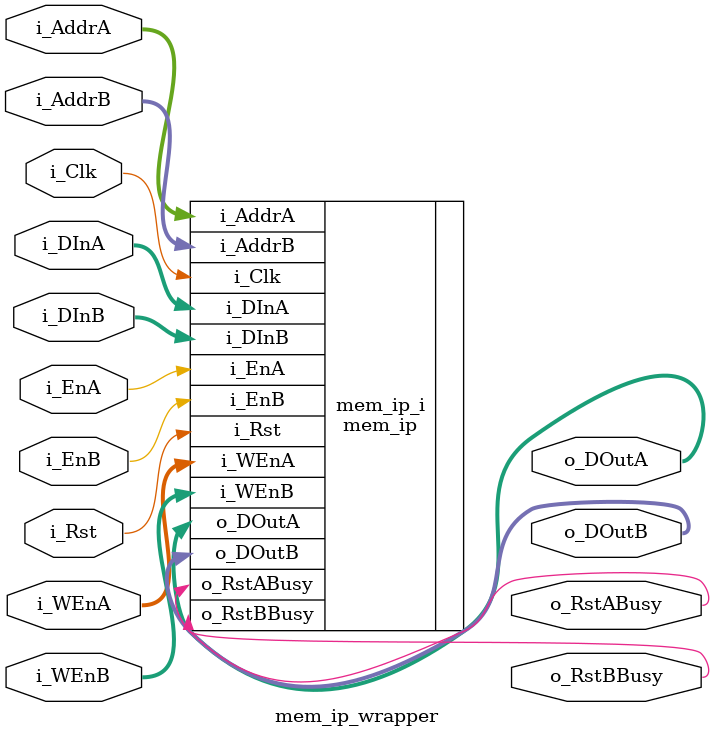
<source format=v>
`timescale 1 ps / 1 ps

module mem_ip_wrapper
   (i_AddrA,
    i_AddrB,
    i_Clk,
    i_DInA,
    i_DInB,
    i_EnA,
    i_EnB,
    i_Rst,
    i_WEnA,
    i_WEnB,
    o_DOutA,
    o_DOutB,
    o_RstABusy,
    o_RstBBusy);
  input [12:0]i_AddrA;
  input [12:0]i_AddrB;
  input i_Clk;
  input [31:0]i_DInA;
  input [31:0]i_DInB;
  input i_EnA;
  input i_EnB;
  input i_Rst;
  input [3:0]i_WEnA;
  input [3:0]i_WEnB;
  output [31:0]o_DOutA;
  output [31:0]o_DOutB;
  output o_RstABusy;
  output o_RstBBusy;

  wire [12:0]i_AddrA;
  wire [12:0]i_AddrB;
  wire i_Clk;
  wire [31:0]i_DInA;
  wire [31:0]i_DInB;
  wire i_EnA;
  wire i_EnB;
  wire i_Rst;
  wire [3:0]i_WEnA;
  wire [3:0]i_WEnB;
  wire [31:0]o_DOutA;
  wire [31:0]o_DOutB;
  wire o_RstABusy;
  wire o_RstBBusy;

  mem_ip mem_ip_i
       (.i_AddrA(i_AddrA),
        .i_AddrB(i_AddrB),
        .i_Clk(i_Clk),
        .i_DInA(i_DInA),
        .i_DInB(i_DInB),
        .i_EnA(i_EnA),
        .i_EnB(i_EnB),
        .i_Rst(i_Rst),
        .i_WEnA(i_WEnA),
        .i_WEnB(i_WEnB),
        .o_DOutA(o_DOutA),
        .o_DOutB(o_DOutB),
        .o_RstABusy(o_RstABusy),
        .o_RstBBusy(o_RstBBusy));
endmodule

</source>
